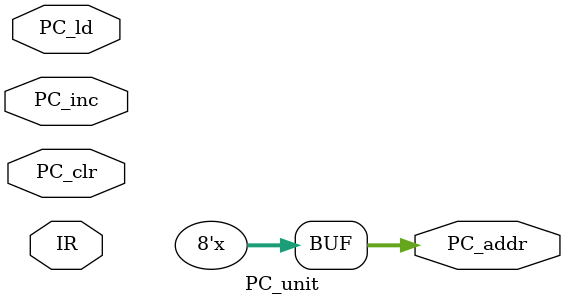
<source format=v>
`timescale 1ns / 1ps


module PC_unit(
    input PC_ld, PC_clr, PC_inc,
    input [15:0] IR,
    output [7:0] PC_addr
    );
    
    reg [7:0] PC_addr, offset;
    
    initial begin
        PC_addr = 101;
    end
    
    always @(PC_ld or PC_clr or PC_inc or IR) begin
//        if (PC_clr)
//            PC_addr <= 0;
//        if (PC_ld) begin
//            offset <= IR[7:0];
//            PC = PC + offset - 1; end
        if (PC_inc) 
            PC_addr = PC_addr + 1;
    end     
    
endmodule

</source>
